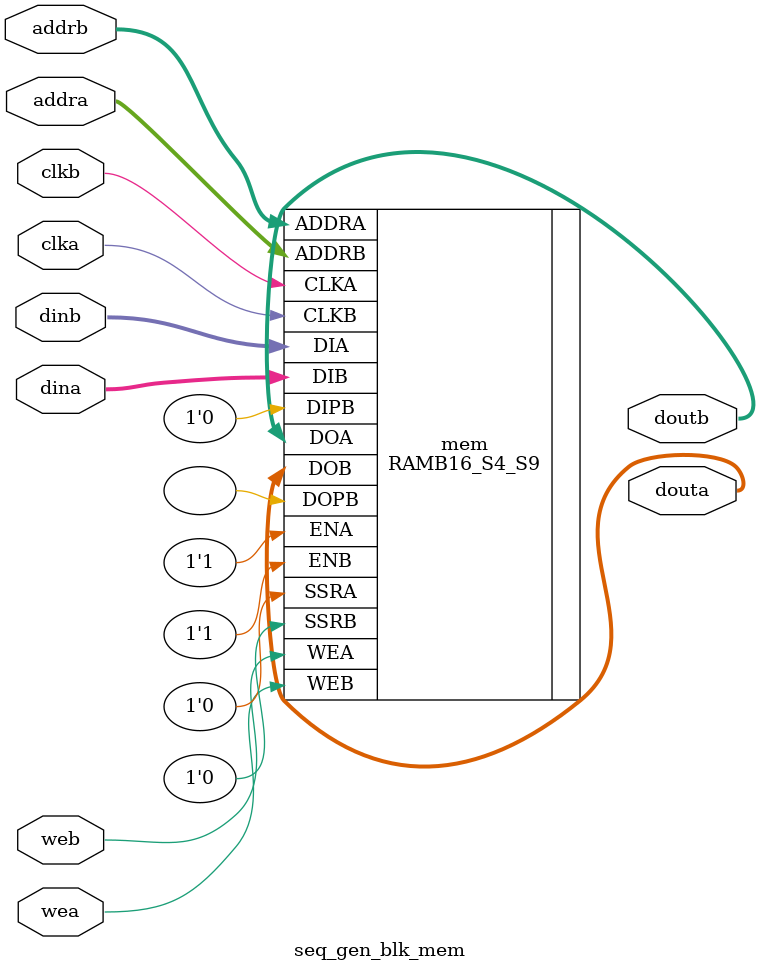
<source format=v>
/**
 * ------------------------------------------------------------
 * Copyright (c) All rights reserved 
 * SiLab, Institute of Physics, University of Bonn
 * ------------------------------------------------------------
 */
`timescale 1ps/1ps
`default_nettype none

module seq_gen_blk_mem (
    clka, clkb, wea, addra, dina, web, addrb, dinb, douta, doutb
);

input clka;
input clkb;
input [0 : 0] wea;
input [10 : 0] addra;
input [7 : 0] dina;
input [0 : 0] web;
input [11 : 0] addrb;
input [3 : 0] dinb;
output [7 : 0] douta;
output [3 : 0] doutb;


RAMB16_S4_S9 mem  (
    .CLKA(clkb),
    .CLKB(clka),
    .ENB(1'b1),
    .WEA(web[0]),
    .WEB(wea[0]),
    .ENA(1'b1),
    .SSRA(1'b0),
    .SSRB(1'b0),
    .DIPB({1'b0}),
    .ADDRA(addrb[11:0]),
    .ADDRB(addra[10:0]),
    .DIA(dinb[3:0]),
    .DIB(dina[7:0]),
    .DOA(doutb[3:0]),
    .DOB(douta[7:0]),
    .DOPB()
);

endmodule


</source>
